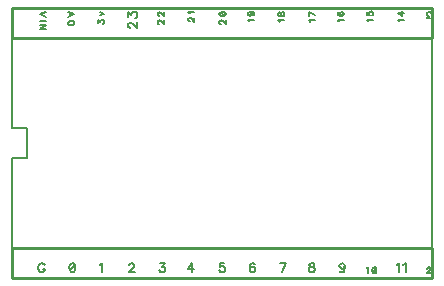
<source format=gto>
G04 DipTrace 3.3.1.3*
G04 T3-4-Breakout.gto*
%MOIN*%
G04 #@! TF.FileFunction,Legend,Top*
G04 #@! TF.Part,Single*
%ADD10C,0.009843*%
%ADD21C,0.008*%
%ADD47C,0.007*%
%FSLAX26Y26*%
G04*
G70*
G90*
G75*
G01*
G04 TopSilk*
%LPD*%
X1793700Y1193700D2*
D10*
Y1293700D1*
X393700Y1193700D2*
X1793700D1*
X393700D2*
Y1293700D1*
X469300D1*
X1793700D1*
Y393700D2*
Y493700D1*
X393700Y393700D2*
X1793700D1*
X393700D2*
Y493700D1*
X469300D1*
X1793700D1*
X443680Y793720D2*
D21*
Y893680D1*
X393700D1*
Y1193700D1*
X1793700D1*
Y493700D1*
X393700D1*
Y793720D1*
X443680D1*
X502713Y434922D2*
D47*
X501287Y437774D1*
X498402Y440659D1*
X495550Y442085D1*
X489813D1*
X486928Y440659D1*
X484076Y437774D1*
X482617Y434922D1*
X481191Y430611D1*
Y423415D1*
X482617Y419137D1*
X484076Y416252D1*
X486928Y413400D1*
X489813Y411941D1*
X495550D1*
X498402Y413400D1*
X501287Y416252D1*
X502713Y419137D1*
Y423415D1*
X495550D1*
X593338Y442052D2*
X589027Y440626D1*
X586142Y436315D1*
X584716Y429152D1*
Y424841D1*
X586142Y417678D1*
X589027Y413367D1*
X593338Y411941D1*
X596190D1*
X600501Y413367D1*
X603353Y417678D1*
X604812Y424841D1*
Y429152D1*
X603353Y436315D1*
X600501Y440626D1*
X596190Y442052D1*
X593338D1*
X603353Y436315D2*
X586142Y417678D1*
X686814Y436314D2*
X689699Y437773D1*
X694010Y442051D1*
Y411940D1*
X783721Y434888D2*
Y436314D1*
X785147Y439199D1*
X786573Y440625D1*
X789458Y442051D1*
X795195D1*
X798047Y440625D1*
X799473Y439199D1*
X800932Y436314D1*
Y433462D1*
X799473Y430577D1*
X796621Y426299D1*
X782262Y411940D1*
X802358D1*
X887246Y442051D2*
X902998D1*
X894409Y430577D1*
X898720D1*
X901572Y429151D1*
X902998Y427725D1*
X904457Y423414D1*
Y420562D1*
X902998Y416251D1*
X900146Y413366D1*
X895835Y411940D1*
X891524D1*
X887246Y413366D1*
X885820Y414825D1*
X884361Y417677D1*
X994569Y411940D2*
Y442051D1*
X980210Y421988D1*
X1001732D1*
X1100946Y442051D2*
X1086620D1*
X1085194Y429151D1*
X1086620Y430577D1*
X1090931Y432036D1*
X1095209D1*
X1099520Y430577D1*
X1102405Y427725D1*
X1103831Y423414D1*
Y420562D1*
X1102405Y416251D1*
X1099520Y413366D1*
X1095209Y411940D1*
X1090931D1*
X1086620Y413366D1*
X1085194Y414825D1*
X1083735Y417677D1*
X1203044Y437773D2*
X1201618Y440625D1*
X1197307Y442051D1*
X1194455D1*
X1190144Y440625D1*
X1187259Y436314D1*
X1185833Y429151D1*
Y421988D1*
X1187259Y416251D1*
X1190144Y413366D1*
X1194455Y411940D1*
X1195881D1*
X1200159Y413366D1*
X1203044Y416251D1*
X1204470Y420562D1*
Y421988D1*
X1203044Y426299D1*
X1200159Y429151D1*
X1195881Y430577D1*
X1194455D1*
X1190144Y429151D1*
X1187259Y426299D1*
X1185833Y421988D1*
X1292210Y411940D2*
X1306569Y442051D1*
X1286473D1*
X1389485D2*
X1385207Y440625D1*
X1383748Y437773D1*
Y434888D1*
X1385207Y432036D1*
X1388059Y430577D1*
X1393796Y429151D1*
X1398107Y427725D1*
X1400959Y424840D1*
X1402385Y421988D1*
Y417677D1*
X1400959Y414825D1*
X1399533Y413366D1*
X1395222Y411940D1*
X1389485D1*
X1385207Y413366D1*
X1383748Y414825D1*
X1382322Y417677D1*
Y421988D1*
X1383748Y424840D1*
X1386633Y427725D1*
X1390911Y429151D1*
X1396648Y430577D1*
X1399533Y432036D1*
X1400959Y434888D1*
Y437773D1*
X1399533Y440625D1*
X1395222Y442051D1*
X1389485D1*
X1503058Y432036D2*
X1501599Y427725D1*
X1498747Y424840D1*
X1494436Y423414D1*
X1493010D1*
X1488699Y424840D1*
X1485847Y427725D1*
X1484388Y432036D1*
Y433462D1*
X1485847Y437773D1*
X1488699Y440625D1*
X1493010Y442051D1*
X1494436D1*
X1498747Y440625D1*
X1501599Y437773D1*
X1503058Y432036D1*
Y424840D1*
X1501599Y417677D1*
X1498747Y413366D1*
X1494436Y411940D1*
X1491584D1*
X1487273Y413366D1*
X1485847Y416251D1*
X1576259Y424365D2*
X1578183Y425338D1*
X1581057Y428190D1*
Y408116D1*
X1600805Y428190D2*
X1597931Y427239D1*
X1596007Y424365D1*
X1595057Y419590D1*
Y416716D1*
X1596007Y411940D1*
X1597931Y409066D1*
X1600805Y408116D1*
X1602706D1*
X1605580Y409066D1*
X1607481Y411940D1*
X1608454Y416716D1*
Y419590D1*
X1607481Y424365D1*
X1605580Y427239D1*
X1602706Y428190D1*
X1600805D1*
X1607481Y424365D2*
X1596007Y411940D1*
X1677108Y436314D2*
X1679993Y437773D1*
X1684304Y442051D1*
Y411940D1*
X1698304Y436314D2*
X1701189Y437773D1*
X1705500Y442051D1*
Y411940D1*
X505438Y1279391D2*
X485342Y1271742D1*
X505438Y1264092D1*
Y1250092D2*
X485342D1*
X505438Y1222695D2*
X485342D1*
X505438Y1236092D1*
X485342D1*
X581212Y1264070D2*
X601308Y1271742D1*
X581212Y1279391D1*
X587911Y1276517D2*
Y1266944D1*
X596533Y1235722D2*
X598434Y1236673D1*
X600358Y1238596D1*
X601308Y1240498D1*
Y1244322D1*
X600358Y1246246D1*
X598434Y1248147D1*
X596533Y1249120D1*
X593659Y1250070D1*
X588862D1*
X586010Y1249120D1*
X584086Y1248147D1*
X582185Y1246246D1*
X581212Y1244322D1*
Y1240498D1*
X582185Y1238596D1*
X584086Y1236673D1*
X586010Y1235722D1*
X588862D1*
Y1240498D1*
X680492Y1242443D2*
Y1252944D1*
X688141Y1247219D1*
Y1250093D1*
X689092Y1251994D1*
X690043Y1252944D1*
X692917Y1253917D1*
X694818D1*
X697692Y1252944D1*
X699615Y1251043D1*
X700566Y1248169D1*
Y1245295D1*
X699615Y1242443D1*
X698642Y1241493D1*
X696741Y1240520D1*
X687169Y1267917D2*
X700566Y1273665D1*
X687169Y1279391D1*
X787176Y1226658D2*
X785750D1*
X782865Y1228084D1*
X781439Y1229510D1*
X780013Y1232395D1*
Y1238132D1*
X781439Y1240984D1*
X782865Y1242410D1*
X785750Y1243869D1*
X788602D1*
X791487Y1242410D1*
X795765Y1239558D1*
X810124Y1225199D1*
Y1245295D1*
X780013Y1262180D2*
Y1277932D1*
X791487Y1269343D1*
Y1273654D1*
X792913Y1276506D1*
X794339Y1277932D1*
X798650Y1279391D1*
X801502D1*
X805813Y1277932D1*
X808698Y1275080D1*
X810124Y1270769D1*
Y1266458D1*
X808698Y1262180D1*
X807239Y1260754D1*
X804387Y1259295D1*
X884257Y1239569D2*
X883306D1*
X881383Y1240520D1*
X880432Y1241471D1*
X879482Y1243394D1*
Y1247219D1*
X880432Y1249120D1*
X881383Y1250070D1*
X883306Y1251043D1*
X885208D1*
X887131Y1250070D1*
X889983Y1248169D1*
X899556Y1238597D1*
Y1251994D1*
X884257Y1266967D2*
X883306D1*
X881383Y1267917D1*
X880432Y1268868D1*
X879482Y1270791D1*
Y1274616D1*
X880432Y1276517D1*
X881383Y1277468D1*
X883306Y1278440D1*
X885208D1*
X887131Y1277468D1*
X889983Y1275566D1*
X899556Y1265994D1*
Y1279391D1*
X986155Y1248169D2*
X985204D1*
X983281Y1249120D1*
X982330Y1250070D1*
X981380Y1251994D1*
Y1255818D1*
X982330Y1257720D1*
X983281Y1258670D1*
X985204Y1259643D1*
X987106D1*
X989029Y1258670D1*
X991881Y1256769D1*
X1001453Y1247196D1*
X1001454Y1260594D1*
X985204Y1274594D2*
X984232Y1276517D1*
X981380Y1279391D1*
X1001453D1*
X1089879Y1239569D2*
X1088928D1*
X1087005Y1240520D1*
X1086054Y1241471D1*
X1085104Y1243394D1*
Y1247219D1*
X1086054Y1249120D1*
X1087005Y1250070D1*
X1088929Y1251043D1*
X1090830D1*
X1092753Y1250070D1*
X1095605Y1248169D1*
X1105178Y1238597D1*
Y1251994D1*
X1085104Y1271742D2*
X1086054Y1268868D1*
X1088929Y1266944D1*
X1093704Y1265994D1*
X1096578D1*
X1101353Y1266944D1*
X1104227Y1268868D1*
X1105178Y1271742D1*
Y1273643D1*
X1104227Y1276517D1*
X1101353Y1278418D1*
X1096578Y1279391D1*
X1093704D1*
X1088929Y1278418D1*
X1086054Y1276517D1*
X1085104Y1273643D1*
Y1271742D1*
X1088929Y1278418D2*
X1101353Y1266944D1*
X1183865Y1248147D2*
X1182893Y1250070D1*
X1180041Y1252944D1*
X1200115D1*
X1186717Y1279391D2*
X1189591Y1278418D1*
X1191515Y1276517D1*
X1192465Y1273643D1*
Y1272692D1*
X1191515Y1269818D1*
X1189591Y1267917D1*
X1186717Y1266944D1*
X1185767D1*
X1182893Y1267917D1*
X1180991Y1269818D1*
X1180041Y1272692D1*
Y1273643D1*
X1180991Y1276517D1*
X1182893Y1278418D1*
X1186717Y1279391D1*
X1191515D1*
X1196290Y1278418D1*
X1199164Y1276517D1*
X1200115Y1273643D1*
Y1271742D1*
X1199164Y1268868D1*
X1197241Y1267917D1*
X1285201Y1247219D2*
X1284228Y1249142D1*
X1281376Y1252016D1*
X1301450D1*
X1281376Y1270791D2*
X1282327Y1267939D1*
X1284228Y1266967D1*
X1286151D1*
X1288053Y1267939D1*
X1289025Y1269841D1*
X1289976Y1273665D1*
X1290927Y1276539D1*
X1292850Y1278440D1*
X1294751Y1279391D1*
X1297625D1*
X1299527Y1278440D1*
X1300499Y1277490D1*
X1301450Y1274616D1*
Y1270791D1*
X1300499Y1267939D1*
X1299527Y1266966D1*
X1297625Y1266016D1*
X1294751D1*
X1292850Y1266967D1*
X1290927Y1268890D1*
X1289976Y1271742D1*
X1289025Y1275566D1*
X1288053Y1277490D1*
X1286151Y1278440D1*
X1284228D1*
X1282327Y1277490D1*
X1281376Y1274616D1*
Y1270791D1*
X1387316Y1247196D2*
X1386343Y1249120D1*
X1383491Y1251994D1*
X1403565D1*
Y1269818D2*
X1383491Y1279391D1*
Y1265994D1*
X1482402Y1248169D2*
X1481430Y1250093D1*
X1478578Y1252967D1*
X1498652D1*
X1481430Y1278440D2*
X1479529Y1277490D1*
X1478578Y1274616D1*
Y1272715D1*
X1479529Y1269841D1*
X1482403Y1267917D1*
X1487178Y1266967D1*
X1491953D1*
X1495778Y1267917D1*
X1497701Y1269840D1*
X1498652Y1272714D1*
Y1273665D1*
X1497701Y1276517D1*
X1495778Y1278440D1*
X1492904Y1279391D1*
X1491953D1*
X1489079Y1278440D1*
X1487178Y1276517D1*
X1486227Y1273665D1*
Y1272715D1*
X1487178Y1269841D1*
X1489079Y1267917D1*
X1491953Y1266967D1*
X1581252Y1249209D2*
X1580279Y1251132D1*
X1577428Y1254006D1*
X1597501D1*
X1577428Y1279480D2*
Y1269930D1*
X1586028Y1268979D1*
X1585077Y1269930D1*
X1584104Y1272804D1*
Y1275655D1*
X1585077Y1278529D1*
X1586978Y1280453D1*
X1589852Y1281403D1*
X1591753D1*
X1594627Y1280453D1*
X1596551Y1278529D1*
X1597501Y1275655D1*
Y1272803D1*
X1596551Y1269929D1*
X1595578Y1268979D1*
X1593677Y1268006D1*
X1682815Y1248258D2*
X1681842Y1250182D1*
X1678990Y1253056D1*
X1699064D1*
Y1276628D2*
X1678990D1*
X1692365Y1267055D1*
Y1281403D1*
X1777211Y423414D2*
Y424365D1*
X1778161Y426288D1*
X1779112Y427239D1*
X1781035Y428190D1*
X1784860D1*
X1786761Y427239D1*
X1787712Y426288D1*
X1788685Y424365D1*
Y422464D1*
X1787712Y420540D1*
X1785811Y417688D1*
X1776238Y408116D1*
X1789635D1*
X1787712Y1259930D2*
X1777211D1*
X1782937Y1267579D1*
X1780063D1*
X1778161Y1268530D1*
X1777211Y1269480D1*
X1776238Y1272354D1*
Y1274255D1*
X1777211Y1277130D1*
X1779112Y1279053D1*
X1781986Y1280004D1*
X1784860D1*
X1787712Y1279053D1*
X1788663Y1278080D1*
X1789635Y1276179D1*
M02*

</source>
